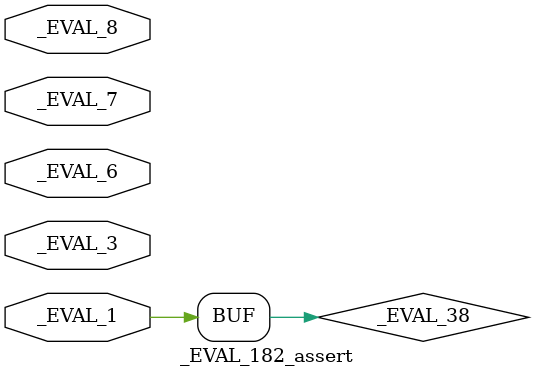
<source format=sv>
module _EVAL_182_assert(
  input   _EVAL_1,
  input   _EVAL_3,
  input   _EVAL_6,
  input   _EVAL_7,
  input   _EVAL_8
);
  wire  _EVAL_13;
  wire  _EVAL_26;
  wire  _EVAL_30;
  wire  _EVAL_38;
  wire  _EVAL_48;
  wire  _EVAL_50;
  wire  _EVAL_51;
  wire  _EVAL_79;
  wire  _EVAL_81;
  wire  _EVAL_94;
  wire  _EVAL_96;
  wire  _EVAL_105;
  assign _EVAL_30 = _EVAL_48 & _EVAL_13;
  assign _EVAL_50 = ~_EVAL_94;
  assign _EVAL_26 = _EVAL_8 & _EVAL_3;
  assign _EVAL_105 = ~_EVAL_79;
  assign _EVAL_96 = _EVAL_6 & _EVAL_3;
  assign _EVAL_51 = ~_EVAL_38;
  assign _EVAL_48 = _EVAL_50 & _EVAL_81;
  assign _EVAL_94 = _EVAL_6 & _EVAL_8;
  assign _EVAL_13 = ~_EVAL_26;
  assign _EVAL_79 = _EVAL_30 | _EVAL_38;
  assign _EVAL_81 = ~_EVAL_96;
  assign _EVAL_38 = _EVAL_1;
  always @(posedge _EVAL_7) begin
    `ifndef SYNTHESIS
    `ifdef STOP_COND
      if (`STOP_COND) begin
    `endif
        if (_EVAL_105) begin
          $fatal;
        end
    `ifdef STOP_COND
      end
    `endif
    `endif // SYNTHESIS
    `ifndef SYNTHESIS
    `ifdef PRINTF_COND
      if (`PRINTF_COND) begin
    `endif
        if (_EVAL_6 & _EVAL_51) begin
          $fwrite(32'h80000002,"Obfuscated Simulation Output(8c4e463e)\n");
        end
    `ifdef PRINTF_COND
      end
    `endif
    `endif // SYNTHESIS
    `ifndef SYNTHESIS
    `ifdef PRINTF_COND
      if (`PRINTF_COND) begin
    `endif
        if (_EVAL_105) begin
          $fwrite(32'h80000002,"Obfuscated Simulation Output(80e19e64)\n");
        end
    `ifdef PRINTF_COND
      end
    `endif
    `endif // SYNTHESIS
  end

endmodule

</source>
